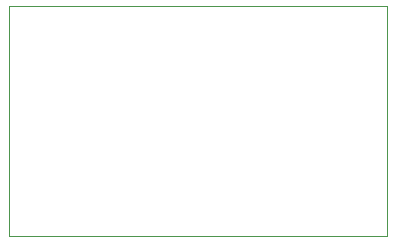
<source format=gbp>
G75*
%MOIN*%
%OFA0B0*%
%FSLAX25Y25*%
%IPPOS*%
%LPD*%
%AMOC8*
5,1,8,0,0,1.08239X$1,22.5*
%
%ADD10C,0.00000*%
D10*
X0001000Y0001000D02*
X0001000Y0077772D01*
X0126984Y0077772D01*
X0126984Y0001000D01*
X0001000Y0001000D01*
M02*

</source>
